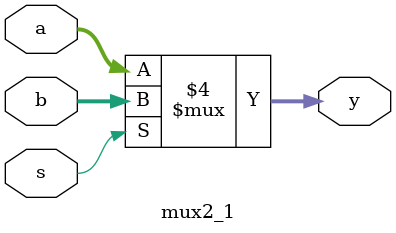
<source format=v>
module mux2_1(a, b, s, y) ;
    input [7:0] a,b;
    input s;
    output reg [7:0] y;
    always @(*) begin
        if(s == 1'b0) y =a;
        else  y =b;
    end
endmodule
</source>
